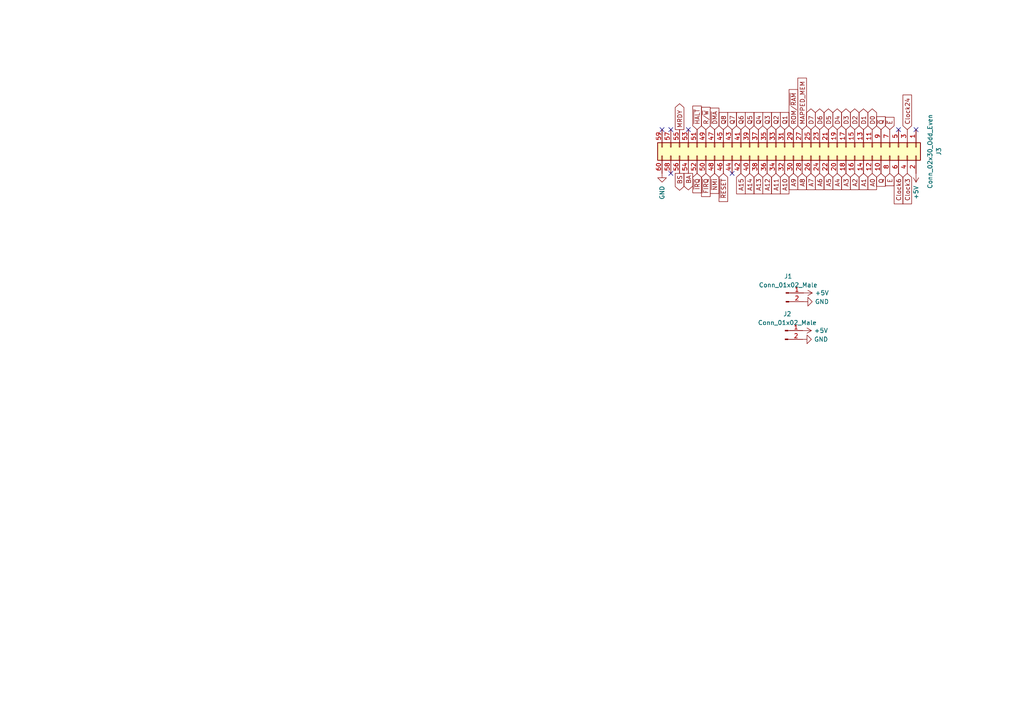
<source format=kicad_sch>
(kicad_sch (version 20211123) (generator eeschema)
  (paper "A4")
  (lib_symbols
    (symbol "Connector:Conn_01x02_Male" (pin_names (offset 1.016) hide)
      (property "Reference" "J" (at 0 2.54 0))
      (property "Value" "Conn_01x02_Male" (at 0 -5.08 0))
      (symbol "Conn_01x02_Male_1_1"
        (polyline (pts (xy 1.27 -2.54) (xy 0.8636 -2.54)) (stroke (width 0.1524)))
        (polyline (pts (xy 1.27 0) (xy 0.8636 0)) (stroke (width 0.1524)))
        (rectangle (start 0.8636 -2.413) (end 0 -2.667) (stroke (width 0.1524)) (fill (type outline)))
        (rectangle (start 0.8636 0.127) (end 0 -0.127) (stroke (width 0.1524)) (fill (type outline)))
        (pin passive line (at 5.08 0 180) (length 3.81) (name "Pin_1") (number "1"))
        (pin passive line (at 5.08 -2.54 180) (length 3.81) (name "Pin_2") (number "2"))
      )
    )
    (symbol "Connector_Generic:Conn_02x30_Odd_Even" (pin_names (offset 1.016) hide)
      (property "Reference" "J" (at 1.27 38.1 0))
      (property "Value" "Conn_02x30_Odd_Even" (at 1.27 -40.64 0))
      (symbol "Conn_02x30_Odd_Even_1_1"
        (rectangle (start -1.27 -37.973) (end 0 -38.227) (stroke (width 0.1524)))
        (rectangle (start -1.27 -35.433) (end 0 -35.687) (stroke (width 0.1524)))
        (rectangle (start -1.27 -32.893) (end 0 -33.147) (stroke (width 0.1524)))
        (rectangle (start -1.27 -30.353) (end 0 -30.607) (stroke (width 0.1524)))
        (rectangle (start -1.27 -27.813) (end 0 -28.067) (stroke (width 0.1524)))
        (rectangle (start -1.27 -25.273) (end 0 -25.527) (stroke (width 0.1524)))
        (rectangle (start -1.27 -22.733) (end 0 -22.987) (stroke (width 0.1524)))
        (rectangle (start -1.27 -20.193) (end 0 -20.447) (stroke (width 0.1524)))
        (rectangle (start -1.27 -17.653) (end 0 -17.907) (stroke (width 0.1524)))
        (rectangle (start -1.27 -15.113) (end 0 -15.367) (stroke (width 0.1524)))
        (rectangle (start -1.27 -12.573) (end 0 -12.827) (stroke (width 0.1524)))
        (rectangle (start -1.27 -10.033) (end 0 -10.287) (stroke (width 0.1524)))
        (rectangle (start -1.27 -7.493) (end 0 -7.747) (stroke (width 0.1524)))
        (rectangle (start -1.27 -4.953) (end 0 -5.207) (stroke (width 0.1524)))
        (rectangle (start -1.27 -2.413) (end 0 -2.667) (stroke (width 0.1524)))
        (rectangle (start -1.27 0.127) (end 0 -0.127) (stroke (width 0.1524)))
        (rectangle (start -1.27 2.667) (end 0 2.413) (stroke (width 0.1524)))
        (rectangle (start -1.27 5.207) (end 0 4.953) (stroke (width 0.1524)))
        (rectangle (start -1.27 7.747) (end 0 7.493) (stroke (width 0.1524)))
        (rectangle (start -1.27 10.287) (end 0 10.033) (stroke (width 0.1524)))
        (rectangle (start -1.27 12.827) (end 0 12.573) (stroke (width 0.1524)))
        (rectangle (start -1.27 15.367) (end 0 15.113) (stroke (width 0.1524)))
        (rectangle (start -1.27 17.907) (end 0 17.653) (stroke (width 0.1524)))
        (rectangle (start -1.27 20.447) (end 0 20.193) (stroke (width 0.1524)))
        (rectangle (start -1.27 22.987) (end 0 22.733) (stroke (width 0.1524)))
        (rectangle (start -1.27 25.527) (end 0 25.273) (stroke (width 0.1524)))
        (rectangle (start -1.27 28.067) (end 0 27.813) (stroke (width 0.1524)))
        (rectangle (start -1.27 30.607) (end 0 30.353) (stroke (width 0.1524)))
        (rectangle (start -1.27 33.147) (end 0 32.893) (stroke (width 0.1524)))
        (rectangle (start -1.27 35.687) (end 0 35.433) (stroke (width 0.1524)))
        (rectangle (start -1.27 36.83) (end 3.81 -39.37) (stroke (width 0.254)) (fill (type background)))
        (rectangle (start 3.81 -37.973) (end 2.54 -38.227) (stroke (width 0.1524)))
        (rectangle (start 3.81 -35.433) (end 2.54 -35.687) (stroke (width 0.1524)))
        (rectangle (start 3.81 -32.893) (end 2.54 -33.147) (stroke (width 0.1524)))
        (rectangle (start 3.81 -30.353) (end 2.54 -30.607) (stroke (width 0.1524)))
        (rectangle (start 3.81 -27.813) (end 2.54 -28.067) (stroke (width 0.1524)))
        (rectangle (start 3.81 -25.273) (end 2.54 -25.527) (stroke (width 0.1524)))
        (rectangle (start 3.81 -22.733) (end 2.54 -22.987) (stroke (width 0.1524)))
        (rectangle (start 3.81 -20.193) (end 2.54 -20.447) (stroke (width 0.1524)))
        (rectangle (start 3.81 -17.653) (end 2.54 -17.907) (stroke (width 0.1524)))
        (rectangle (start 3.81 -15.113) (end 2.54 -15.367) (stroke (width 0.1524)))
        (rectangle (start 3.81 -12.573) (end 2.54 -12.827) (stroke (width 0.1524)))
        (rectangle (start 3.81 -10.033) (end 2.54 -10.287) (stroke (width 0.1524)))
        (rectangle (start 3.81 -7.493) (end 2.54 -7.747) (stroke (width 0.1524)))
        (rectangle (start 3.81 -4.953) (end 2.54 -5.207) (stroke (width 0.1524)))
        (rectangle (start 3.81 -2.413) (end 2.54 -2.667) (stroke (width 0.1524)))
        (rectangle (start 3.81 0.127) (end 2.54 -0.127) (stroke (width 0.1524)))
        (rectangle (start 3.81 2.667) (end 2.54 2.413) (stroke (width 0.1524)))
        (rectangle (start 3.81 5.207) (end 2.54 4.953) (stroke (width 0.1524)))
        (rectangle (start 3.81 7.747) (end 2.54 7.493) (stroke (width 0.1524)))
        (rectangle (start 3.81 10.287) (end 2.54 10.033) (stroke (width 0.1524)))
        (rectangle (start 3.81 12.827) (end 2.54 12.573) (stroke (width 0.1524)))
        (rectangle (start 3.81 15.367) (end 2.54 15.113) (stroke (width 0.1524)))
        (rectangle (start 3.81 17.907) (end 2.54 17.653) (stroke (width 0.1524)))
        (rectangle (start 3.81 20.447) (end 2.54 20.193) (stroke (width 0.1524)))
        (rectangle (start 3.81 22.987) (end 2.54 22.733) (stroke (width 0.1524)))
        (rectangle (start 3.81 25.527) (end 2.54 25.273) (stroke (width 0.1524)))
        (rectangle (start 3.81 28.067) (end 2.54 27.813) (stroke (width 0.1524)))
        (rectangle (start 3.81 30.607) (end 2.54 30.353) (stroke (width 0.1524)))
        (rectangle (start 3.81 33.147) (end 2.54 32.893) (stroke (width 0.1524)))
        (rectangle (start 3.81 35.687) (end 2.54 35.433) (stroke (width 0.1524)))
        (pin passive line (at -5.08 35.56 0) (length 3.81) (name "Pin_1") (number "1"))
        (pin passive line (at 7.62 25.4 180) (length 3.81) (name "Pin_10") (number "10"))
        (pin passive line (at -5.08 22.86 0) (length 3.81) (name "Pin_11") (number "11"))
        (pin passive line (at 7.62 22.86 180) (length 3.81) (name "Pin_12") (number "12"))
        (pin passive line (at -5.08 20.32 0) (length 3.81) (name "Pin_13") (number "13"))
        (pin passive line (at 7.62 20.32 180) (length 3.81) (name "Pin_14") (number "14"))
        (pin passive line (at -5.08 17.78 0) (length 3.81) (name "Pin_15") (number "15"))
        (pin passive line (at 7.62 17.78 180) (length 3.81) (name "Pin_16") (number "16"))
        (pin passive line (at -5.08 15.24 0) (length 3.81) (name "Pin_17") (number "17"))
        (pin passive line (at 7.62 15.24 180) (length 3.81) (name "Pin_18") (number "18"))
        (pin passive line (at -5.08 12.7 0) (length 3.81) (name "Pin_19") (number "19"))
        (pin passive line (at 7.62 35.56 180) (length 3.81) (name "Pin_2") (number "2"))
        (pin passive line (at 7.62 12.7 180) (length 3.81) (name "Pin_20") (number "20"))
        (pin passive line (at -5.08 10.16 0) (length 3.81) (name "Pin_21") (number "21"))
        (pin passive line (at 7.62 10.16 180) (length 3.81) (name "Pin_22") (number "22"))
        (pin passive line (at -5.08 7.62 0) (length 3.81) (name "Pin_23") (number "23"))
        (pin passive line (at 7.62 7.62 180) (length 3.81) (name "Pin_24") (number "24"))
        (pin passive line (at -5.08 5.08 0) (length 3.81) (name "Pin_25") (number "25"))
        (pin passive line (at 7.62 5.08 180) (length 3.81) (name "Pin_26") (number "26"))
        (pin passive line (at -5.08 2.54 0) (length 3.81) (name "Pin_27") (number "27"))
        (pin passive line (at 7.62 2.54 180) (length 3.81) (name "Pin_28") (number "28"))
        (pin passive line (at -5.08 0 0) (length 3.81) (name "Pin_29") (number "29"))
        (pin passive line (at -5.08 33.02 0) (length 3.81) (name "Pin_3") (number "3"))
        (pin passive line (at 7.62 0 180) (length 3.81) (name "Pin_30") (number "30"))
        (pin passive line (at -5.08 -2.54 0) (length 3.81) (name "Pin_31") (number "31"))
        (pin passive line (at 7.62 -2.54 180) (length 3.81) (name "Pin_32") (number "32"))
        (pin passive line (at -5.08 -5.08 0) (length 3.81) (name "Pin_33") (number "33"))
        (pin passive line (at 7.62 -5.08 180) (length 3.81) (name "Pin_34") (number "34"))
        (pin passive line (at -5.08 -7.62 0) (length 3.81) (name "Pin_35") (number "35"))
        (pin passive line (at 7.62 -7.62 180) (length 3.81) (name "Pin_36") (number "36"))
        (pin passive line (at -5.08 -10.16 0) (length 3.81) (name "Pin_37") (number "37"))
        (pin passive line (at 7.62 -10.16 180) (length 3.81) (name "Pin_38") (number "38"))
        (pin passive line (at -5.08 -12.7 0) (length 3.81) (name "Pin_39") (number "39"))
        (pin passive line (at 7.62 33.02 180) (length 3.81) (name "Pin_4") (number "4"))
        (pin passive line (at 7.62 -12.7 180) (length 3.81) (name "Pin_40") (number "40"))
        (pin passive line (at -5.08 -15.24 0) (length 3.81) (name "Pin_41") (number "41"))
        (pin passive line (at 7.62 -15.24 180) (length 3.81) (name "Pin_42") (number "42"))
        (pin passive line (at -5.08 -17.78 0) (length 3.81) (name "Pin_43") (number "43"))
        (pin passive line (at 7.62 -17.78 180) (length 3.81) (name "Pin_44") (number "44"))
        (pin passive line (at -5.08 -20.32 0) (length 3.81) (name "Pin_45") (number "45"))
        (pin passive line (at 7.62 -20.32 180) (length 3.81) (name "Pin_46") (number "46"))
        (pin passive line (at -5.08 -22.86 0) (length 3.81) (name "Pin_47") (number "47"))
        (pin passive line (at 7.62 -22.86 180) (length 3.81) (name "Pin_48") (number "48"))
        (pin passive line (at -5.08 -25.4 0) (length 3.81) (name "Pin_49") (number "49"))
        (pin passive line (at -5.08 30.48 0) (length 3.81) (name "Pin_5") (number "5"))
        (pin passive line (at 7.62 -25.4 180) (length 3.81) (name "Pin_50") (number "50"))
        (pin passive line (at -5.08 -27.94 0) (length 3.81) (name "Pin_51") (number "51"))
        (pin passive line (at 7.62 -27.94 180) (length 3.81) (name "Pin_52") (number "52"))
        (pin passive line (at -5.08 -30.48 0) (length 3.81) (name "Pin_53") (number "53"))
        (pin passive line (at 7.62 -30.48 180) (length 3.81) (name "Pin_54") (number "54"))
        (pin passive line (at -5.08 -33.02 0) (length 3.81) (name "Pin_55") (number "55"))
        (pin passive line (at 7.62 -33.02 180) (length 3.81) (name "Pin_56") (number "56"))
        (pin passive line (at -5.08 -35.56 0) (length 3.81) (name "Pin_57") (number "57"))
        (pin passive line (at 7.62 -35.56 180) (length 3.81) (name "Pin_58") (number "58"))
        (pin passive line (at -5.08 -38.1 0) (length 3.81) (name "Pin_59") (number "59"))
        (pin passive line (at 7.62 30.48 180) (length 3.81) (name "Pin_6") (number "6"))
        (pin passive line (at 7.62 -38.1 180) (length 3.81) (name "Pin_60") (number "60"))
        (pin passive line (at -5.08 27.94 0) (length 3.81) (name "Pin_7") (number "7"))
        (pin passive line (at 7.62 27.94 180) (length 3.81) (name "Pin_8") (number "8"))
        (pin passive line (at -5.08 25.4 0) (length 3.81) (name "Pin_9") (number "9"))
      )
    )
    (symbol "power:+5V" (power) (pin_names (offset 0))
      (property "Value" "+5V" (at 0 3.556 0))
      (symbol "+5V_0_1"
        (polyline (pts (xy -0.762 1.27) (xy 0 2.54)))
        (polyline (pts (xy 0 0) (xy 0 2.54)))
        (polyline (pts (xy 0 2.54) (xy 0.762 1.27)))
      )
      (symbol "+5V_1_1"
        (pin power_in line (at 0 0 90) (length 0) hide (name "+5V") (number "1"))
      )
    )
    (symbol "power:GND" (power) (pin_names (offset 0))
      (property "Value" "GND" (at 0 -3.81 0))
      (symbol "GND_0_1"
        (polyline (pts (xy 0 0) (xy 0 -1.27) (xy 1.27 -1.27) (xy 0 -2.54) (xy -1.27 -1.27) (xy 0 -1.27)))
      )
      (symbol "GND_1_1"
        (pin power_in line (at 0 0 270) (length 0) hide (name "GND") (number "1"))
      )
    )
  )
  (no_connect (at 194.564 37.592))
  (no_connect (at 260.604 37.592))
  (no_connect (at 192.024 37.592))
  (no_connect (at 265.684 37.592))
  (no_connect (at 199.644 37.592))
  (no_connect (at 212.344 50.292))
  (no_connect (at 194.564 50.292))
  (global_label "Q2" (shape input) (at 225.044 37.592 90) (property "Intersheet References" "${INTERSHEET_REFS}" (effects hide)))
  (global_label "BA" (shape output) (at 199.644 50.292 270) (property "Intersheet References" "${INTERSHEET_REFS}" (effects hide)))
  (global_label "D1" (shape bidirectional) (at 250.444 37.592 90) (property "Intersheet References" "${INTERSHEET_REFS}" (effects hide)))
  (global_label "Q4" (shape input) (at 219.964 37.592 90) (property "Intersheet References" "${INTERSHEET_REFS}" (effects hide)))
  (global_label "A10" (shape input) (at 227.584 50.292 270) (property "Intersheet References" "${INTERSHEET_REFS}" (effects hide)))
  (global_label "MAPPED_MEM" (shape input) (at 232.664 37.592 90) (property "Intersheet References" "${INTERSHEET_REFS}" (effects hide)))
  (global_label "~{IRQ}" (shape input) (at 202.184 50.292 270) (property "Intersheet References" "${INTERSHEET_REFS}" (effects hide)))
  (global_label "D6" (shape bidirectional) (at 237.744 37.592 90) (property "Intersheet References" "${INTERSHEET_REFS}" (effects hide)))
  (global_label "A8" (shape input) (at 232.664 50.292 270) (property "Intersheet References" "${INTERSHEET_REFS}" (effects hide)))
  (global_label "A1" (shape input) (at 250.444 50.292 270) (property "Intersheet References" "${INTERSHEET_REFS}" (effects hide)))
  (global_label "Q" (shape input) (at 255.524 50.292 270) (property "Intersheet References" "${INTERSHEET_REFS}" (effects hide)))
  (global_label "Q6" (shape input) (at 214.884 37.592 90) (property "Intersheet References" "${INTERSHEET_REFS}" (effects hide)))
  (global_label "MRDY" (shape output) (at 197.104 37.592 90) (property "Intersheet References" "${INTERSHEET_REFS}" (effects hide)))
  (global_label "Q8" (shape input) (at 209.804 37.592 90) (property "Intersheet References" "${INTERSHEET_REFS}" (effects hide)))
  (global_label "A2" (shape input) (at 247.904 50.292 270) (property "Intersheet References" "${INTERSHEET_REFS}" (effects hide)))
  (global_label "Q1" (shape input) (at 227.584 37.592 90) (property "Intersheet References" "${INTERSHEET_REFS}" (effects hide)))
  (global_label "D2" (shape bidirectional) (at 247.904 37.592 90) (property "Intersheet References" "${INTERSHEET_REFS}" (effects hide)))
  (global_label "~{E}" (shape input) (at 258.064 37.592 90) (property "Intersheet References" "${INTERSHEET_REFS}" (effects hide)))
  (global_label "~{RESET}" (shape input) (at 209.804 50.292 270) (property "Intersheet References" "${INTERSHEET_REFS}" (effects hide)))
  (global_label "Q7" (shape input) (at 212.344 37.592 90) (property "Intersheet References" "${INTERSHEET_REFS}" (effects hide)))
  (global_label "A9" (shape input) (at 230.124 50.292 270) (property "Intersheet References" "${INTERSHEET_REFS}" (effects hide)))
  (global_label "Clock3" (shape input) (at 263.144 50.292 270) (property "Intersheet References" "${INTERSHEET_REFS}" (effects hide)))
  (global_label "A4" (shape input) (at 242.824 50.292 270) (property "Intersheet References" "${INTERSHEET_REFS}" (effects hide)))
  (global_label "A15" (shape input) (at 214.884 50.292 270) (property "Intersheet References" "${INTERSHEET_REFS}" (effects hide)))
  (global_label "D0" (shape bidirectional) (at 252.984 37.592 90) (property "Intersheet References" "${INTERSHEET_REFS}" (effects hide)))
  (global_label "~{NMI}" (shape input) (at 207.264 50.292 270) (property "Intersheet References" "${INTERSHEET_REFS}" (effects hide)))
  (global_label "A12" (shape input) (at 222.504 50.292 270) (property "Intersheet References" "${INTERSHEET_REFS}" (effects hide)))
  (global_label "~{FIRQ}" (shape input) (at 204.724 50.292 270) (property "Intersheet References" "${INTERSHEET_REFS}" (effects hide)))
  (global_label "BS" (shape output) (at 197.104 50.292 270) (property "Intersheet References" "${INTERSHEET_REFS}" (effects hide)))
  (global_label "Q5" (shape input) (at 217.424 37.592 90) (property "Intersheet References" "${INTERSHEET_REFS}" (effects hide)))
  (global_label "A7" (shape input) (at 235.204 50.292 270) (property "Intersheet References" "${INTERSHEET_REFS}" (effects hide)))
  (global_label "D7" (shape bidirectional) (at 235.204 37.592 90) (property "Intersheet References" "${INTERSHEET_REFS}" (effects hide)))
  (global_label "ROM{slash}~{RAM}" (shape input) (at 230.124 37.592 90) (property "Intersheet References" "${INTERSHEET_REFS}" (effects hide)))
  (global_label "A6" (shape input) (at 237.744 50.292 270) (property "Intersheet References" "${INTERSHEET_REFS}" (effects hide)))
  (global_label "~{DMA}" (shape input) (at 207.264 37.592 90) (property "Intersheet References" "${INTERSHEET_REFS}" (effects hide)))
  (global_label "A3" (shape input) (at 245.364 50.292 270) (property "Intersheet References" "${INTERSHEET_REFS}" (effects hide)))
  (global_label "A5" (shape input) (at 240.284 50.292 270) (property "Intersheet References" "${INTERSHEET_REFS}" (effects hide)))
  (global_label "A11" (shape input) (at 225.044 50.292 270) (property "Intersheet References" "${INTERSHEET_REFS}" (effects hide)))
  (global_label "Q3" (shape input) (at 222.504 37.592 90) (property "Intersheet References" "${INTERSHEET_REFS}" (effects hide)))
  (global_label "A14" (shape input) (at 217.424 50.292 270) (property "Intersheet References" "${INTERSHEET_REFS}" (effects hide)))
  (global_label "~{Q}" (shape input) (at 255.524 37.592 90) (property "Intersheet References" "${INTERSHEET_REFS}" (effects hide)))
  (global_label "D3" (shape bidirectional) (at 245.364 37.592 90) (property "Intersheet References" "${INTERSHEET_REFS}" (effects hide)))
  (global_label "Clock6" (shape input) (at 260.604 50.292 270) (property "Intersheet References" "${INTERSHEET_REFS}" (effects hide)))
  (global_label "~{HALT}" (shape input) (at 202.184 37.592 90) (property "Intersheet References" "${INTERSHEET_REFS}" (effects hide)))
  (global_label "E" (shape input) (at 258.064 50.292 270) (property "Intersheet References" "${INTERSHEET_REFS}" (effects hide)))
  (global_label "R{slash}~{W}" (shape input) (at 204.724 37.592 90) (property "Intersheet References" "${INTERSHEET_REFS}" (effects hide)))
  (global_label "D5" (shape bidirectional) (at 240.284 37.592 90) (property "Intersheet References" "${INTERSHEET_REFS}" (effects hide)))
  (global_label "D4" (shape bidirectional) (at 242.824 37.592 90) (property "Intersheet References" "${INTERSHEET_REFS}" (effects hide)))
  (global_label "A13" (shape input) (at 219.964 50.292 270) (property "Intersheet References" "${INTERSHEET_REFS}" (effects hide)))
  (global_label "Clock24" (shape input) (at 263.144 37.592 90) (property "Intersheet References" "${INTERSHEET_REFS}" (effects hide)))
  (global_label "A0" (shape input) (at 252.984 50.292 270) (property "Intersheet References" "${INTERSHEET_REFS}" (effects hide)))
  (symbol (lib_id "power:GND") (at 192.024 50.292 0) (unit 1)
    (property "Reference" "#PWR01" (effects hide))
    (property "Value" "GND" (at 192.0241 53.848 90) (effects (justify right)))
  )
  (symbol (lib_id "Connector:Conn_01x02_Male") (at 227.965 84.963 0) (unit 1)
    (property "Reference" "J1" (at 228.6 80.137 0))
    (property "Value" "Conn_01x02_Male" (at 228.6 82.677 0))
    (property "Footprint" "Connector_PinHeader_2.54mm:PinHeader_1x02_P2.54mm_Vertical" (effects hide))
  )
  (symbol (lib_id "Connector_Generic:Conn_02x30_Odd_Even") (at 230.124 42.672 270) (unit 1)
    (property "Reference" "J3" (at 272.288 43.942 0))
    (property "Value" "Conn_02x30_Odd_Even" (at 269.748 43.942 0))
    (property "Footprint" "Connector_PinHeader_2.54mm:PinHeader_2x30_P2.54mm_Vertical" (effects hide))
  )
  (symbol (lib_id "power:GND") (at 232.791 98.425 90) (unit 1)
    (property "Reference" "#PWR03" (effects hide))
    (property "Value" "GND" (at 236.093 98.4249 90) (effects (justify right)))
  )
  (symbol (lib_id "Connector:Conn_01x02_Male") (at 227.711 95.885 0) (unit 1)
    (property "Reference" "J2" (at 228.346 91.059 0))
    (property "Value" "Conn_01x02_Male" (at 228.346 93.599 0))
    (property "Footprint" "Connector_PinHeader_2.54mm:PinHeader_1x02_P2.54mm_Vertical" (effects hide))
  )
  (symbol (lib_id "power:+5V") (at 233.045 84.963 270) (unit 1)
    (property "Reference" "#PWR04" (effects hide))
    (property "Value" "+5V" (at 236.347 84.9629 90) (effects (justify left)))
  )
  (symbol (lib_id "power:+5V") (at 232.791 95.885 270) (unit 1)
    (property "Reference" "#PWR02" (effects hide))
    (property "Value" "+5V" (at 236.093 95.8849 90) (effects (justify left)))
  )
  (symbol (lib_id "power:GND") (at 233.045 87.503 90) (unit 1)
    (property "Reference" "#PWR05" (effects hide))
    (property "Value" "GND" (at 236.347 87.5029 90) (effects (justify right)))
  )
  (symbol (lib_id "power:+5V") (at 265.684 50.292 180) (unit 1)
    (property "Reference" "#PWR06" (effects hide))
    (property "Value" "+5V" (at 265.684 57.912 90) (effects (justify right)))
  )
)
</source>
